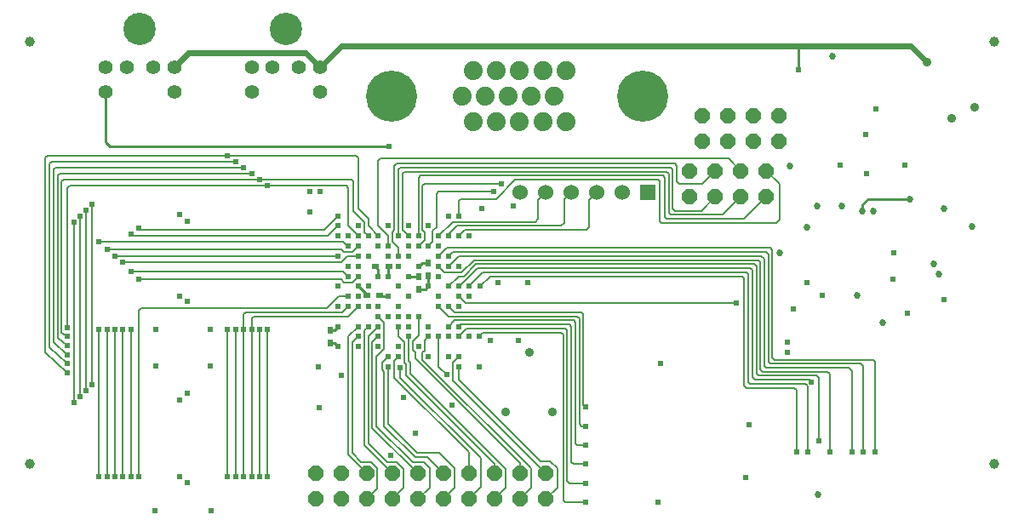
<source format=gbl>
G75*
G70*
%OFA0B0*%
%FSLAX24Y24*%
%IPPOS*%
%LPD*%
%AMOC8*
5,1,8,0,0,1.08239X$1,22.5*
%
%ADD10R,0.0236X0.0276*%
%ADD11C,0.0554*%
%ADD12C,0.1266*%
%ADD13OC8,0.0600*%
%ADD14C,0.0740*%
%ADD15C,0.2000*%
%ADD16R,0.0600X0.0600*%
%ADD17C,0.0600*%
%ADD18R,0.0276X0.0236*%
%ADD19C,0.0394*%
%ADD20C,0.0270*%
%ADD21C,0.0238*%
%ADD22C,0.0356*%
%ADD23C,0.0100*%
%ADD24C,0.0070*%
%ADD25C,0.0060*%
%ADD26C,0.0240*%
D10*
X012709Y009093D03*
X012709Y009608D03*
X016174Y011189D03*
X016174Y011705D03*
X016567Y011731D03*
X016567Y012246D03*
D11*
X012315Y018918D03*
X012315Y019902D03*
X011489Y019902D03*
X010465Y019902D03*
X009638Y019902D03*
X009638Y018918D03*
X006607Y018918D03*
X006607Y019902D03*
X005780Y019902D03*
X004756Y019902D03*
X003930Y019902D03*
X003930Y018918D03*
D12*
X005268Y021398D03*
X010977Y021398D03*
D13*
X026800Y015835D03*
X027800Y015835D03*
X028800Y015835D03*
X029800Y015835D03*
X029800Y014835D03*
X028800Y014835D03*
X027800Y014835D03*
X026800Y014835D03*
X027300Y017000D03*
X028300Y017000D03*
X029300Y017000D03*
X030300Y017000D03*
X030300Y018000D03*
X029300Y018000D03*
X028300Y018000D03*
X027300Y018000D03*
X021150Y003988D03*
X020150Y003988D03*
X019150Y003988D03*
X018150Y003988D03*
X017150Y003988D03*
X016150Y003988D03*
X015150Y003988D03*
X014150Y003988D03*
X013150Y003988D03*
X012150Y003988D03*
X012150Y002988D03*
X013150Y002988D03*
X014150Y002988D03*
X015150Y002988D03*
X016150Y002988D03*
X017150Y002988D03*
X018150Y002988D03*
X019150Y002988D03*
X020150Y002988D03*
X021150Y002988D03*
D14*
X021036Y017768D03*
X020134Y017768D03*
X019233Y017768D03*
X018331Y017768D03*
X017882Y018768D03*
X018784Y018768D03*
X019685Y018768D03*
X020587Y018768D03*
X021489Y018768D03*
X021937Y019768D03*
X021036Y019768D03*
X020134Y019768D03*
X019233Y019768D03*
X018331Y019768D03*
X021937Y017768D03*
D15*
X024953Y018768D03*
X015111Y018768D03*
D16*
X025150Y014988D03*
D17*
X024150Y014988D03*
X023150Y014988D03*
X022150Y014988D03*
X021150Y014988D03*
X020150Y014988D03*
D18*
X015014Y012107D03*
X014499Y012107D03*
X014660Y010965D03*
X014144Y010965D03*
D19*
X000937Y004351D03*
X000937Y020886D03*
X038733Y020886D03*
X038733Y004351D03*
D20*
X031833Y003170D03*
X034343Y009882D03*
X033359Y010975D03*
X030307Y012638D03*
X031390Y013622D03*
X031784Y014459D03*
X032768Y014459D03*
X033556Y014262D03*
X033998Y014262D03*
X035426Y014744D03*
X036764Y014351D03*
X037857Y013671D03*
X036361Y012195D03*
X036567Y011801D03*
X030721Y016044D03*
X032394Y020325D03*
D21*
X003654Y003878D03*
X003969Y003878D03*
X004284Y003878D03*
X004599Y003878D03*
X004914Y003878D03*
X005229Y003878D03*
X006804Y003878D03*
X007119Y003642D03*
X008693Y003878D03*
X009008Y003878D03*
X009323Y003878D03*
X009638Y003878D03*
X009953Y003878D03*
X010268Y003878D03*
X008063Y002540D03*
X005859Y002540D03*
X012276Y006555D03*
X013142Y007815D03*
X012237Y008170D03*
X013024Y008957D03*
X013811Y008957D03*
X013811Y009351D03*
X013811Y009744D03*
X014205Y009744D03*
X014599Y009744D03*
X014599Y009351D03*
X014599Y008957D03*
X014993Y008563D03*
X015386Y008563D03*
X015386Y008957D03*
X015780Y009351D03*
X015780Y009744D03*
X015386Y009744D03*
X015386Y010138D03*
X014993Y010138D03*
X014599Y010138D03*
X014599Y010532D03*
X014205Y010532D03*
X013811Y010532D03*
X013418Y010532D03*
X013024Y010532D03*
X013418Y010925D03*
X013811Y010925D03*
X013811Y011319D03*
X014205Y011319D03*
X013811Y011713D03*
X013418Y011713D03*
X013418Y012107D03*
X013811Y012107D03*
X013811Y012500D03*
X013811Y012894D03*
X013418Y012894D03*
X013024Y012500D03*
X013024Y013288D03*
X013024Y013681D03*
X013418Y013288D03*
X013811Y013288D03*
X013811Y013681D03*
X014205Y013288D03*
X014599Y013288D03*
X014993Y013681D03*
X015386Y013288D03*
X015780Y013288D03*
X015780Y013681D03*
X016174Y013288D03*
X016567Y013681D03*
X016961Y013288D03*
X017355Y013288D03*
X017748Y013288D03*
X018142Y013288D03*
X017748Y014075D03*
X017355Y014075D03*
X018664Y014360D03*
X019126Y015020D03*
X019402Y015335D03*
X019874Y014469D03*
X017355Y012500D03*
X016961Y012500D03*
X016961Y012894D03*
X016567Y012894D03*
X016174Y012894D03*
X015780Y012894D03*
X015780Y012500D03*
X015386Y012500D03*
X014993Y012500D03*
X014993Y012894D03*
X014599Y012894D03*
X014205Y012500D03*
X014599Y011713D03*
X014993Y011713D03*
X015386Y012107D03*
X015780Y011713D03*
X016174Y012107D03*
X016961Y012107D03*
X017355Y012107D03*
X017748Y012107D03*
X016961Y011713D03*
X016567Y011319D03*
X016961Y010925D03*
X017355Y011319D03*
X017748Y011319D03*
X017748Y010925D03*
X018142Y010925D03*
X018142Y011319D03*
X018575Y011319D03*
X019284Y011477D03*
X020465Y011477D03*
X017748Y010532D03*
X017355Y010532D03*
X016961Y010532D03*
X016174Y010138D03*
X015780Y010138D03*
X015386Y010532D03*
X014993Y010925D03*
X015386Y011319D03*
X015780Y010925D03*
X016567Y009744D03*
X016567Y009351D03*
X016961Y009351D03*
X017355Y009351D03*
X017355Y009744D03*
X017748Y009744D03*
X017748Y009351D03*
X018142Y009351D03*
X018536Y009351D03*
X018969Y009193D03*
X020071Y009193D03*
X018536Y008170D03*
X017748Y008170D03*
X017276Y007855D03*
X017355Y008563D03*
X017748Y008563D03*
X016567Y008563D03*
X016174Y008957D03*
X015465Y008130D03*
X014993Y008170D03*
X015583Y006949D03*
X017473Y006673D03*
X016056Y005571D03*
X015071Y004705D03*
X008024Y008209D03*
X007119Y007146D03*
X006804Y006870D03*
X005898Y008209D03*
X005898Y009626D03*
X004914Y009626D03*
X004599Y009626D03*
X004284Y009626D03*
X003969Y009626D03*
X003654Y009626D03*
X002433Y009705D03*
X002433Y009351D03*
X002433Y008996D03*
X002433Y008642D03*
X002433Y008288D03*
X002433Y007933D03*
X003378Y007461D03*
X003142Y007225D03*
X002906Y006988D03*
X002670Y006752D03*
X008024Y009626D03*
X008693Y009626D03*
X009008Y009626D03*
X009323Y009626D03*
X009638Y009626D03*
X009953Y009626D03*
X010268Y009626D03*
X013024Y009744D03*
X013024Y011319D03*
X013024Y014075D03*
X011922Y014233D03*
X011922Y015020D03*
X012315Y015020D03*
X010268Y015256D03*
X009953Y015492D03*
X009638Y015729D03*
X009323Y015965D03*
X009008Y016201D03*
X008693Y016437D03*
X006804Y014114D03*
X007119Y013878D03*
X005229Y013603D03*
X004914Y013366D03*
X004284Y012500D03*
X004599Y012264D03*
X004914Y011910D03*
X005229Y011595D03*
X006804Y010925D03*
X007119Y010729D03*
X003969Y012776D03*
X003654Y013051D03*
X002670Y013839D03*
X002906Y014075D03*
X003142Y014311D03*
X003378Y014547D03*
X015032Y016792D03*
X025662Y008288D03*
X022709Y006595D03*
X022709Y005847D03*
X022709Y005099D03*
X022709Y004351D03*
X022709Y003603D03*
X022709Y002855D03*
X025544Y002855D03*
X028969Y003839D03*
X030977Y004823D03*
X031410Y004823D03*
X031843Y005256D03*
X032276Y004823D03*
X033142Y004823D03*
X033575Y004823D03*
X034048Y004823D03*
X031567Y007579D03*
X030622Y008721D03*
X030622Y009114D03*
X030859Y010414D03*
X031981Y010975D03*
X031390Y011457D03*
X028615Y010650D03*
X034737Y011605D03*
X034786Y012638D03*
X036764Y010807D03*
X035307Y010256D03*
X029126Y005886D03*
X033703Y015729D03*
X032689Y016063D03*
X033693Y017264D03*
X034087Y018248D03*
X031056Y019784D03*
X035219Y016063D03*
D22*
X037040Y017894D03*
X037945Y018317D03*
X036095Y020099D03*
X020504Y008721D03*
X019599Y006398D03*
X021410Y006398D03*
D23*
X014993Y010925D02*
X014699Y010925D01*
X014660Y010965D01*
X014144Y010965D02*
X014144Y010986D01*
X013811Y011319D01*
X014599Y011713D02*
X014599Y012006D01*
X014499Y012107D01*
X014993Y012085D02*
X014993Y011713D01*
X014993Y012085D02*
X015014Y012107D01*
X015780Y011713D02*
X016166Y011713D01*
X016174Y011705D01*
X016567Y011731D02*
X016567Y011319D01*
X016449Y011201D01*
X016185Y011201D01*
X016174Y011189D01*
X016174Y012107D02*
X016313Y012246D01*
X016567Y012246D01*
X013024Y009744D02*
X012888Y009608D01*
X012709Y009608D01*
X012709Y009093D02*
X012888Y009093D01*
X013024Y008957D01*
X015032Y016792D02*
X004087Y016792D01*
X003930Y016949D01*
X003930Y018918D01*
X031056Y019784D02*
X031056Y020729D01*
X033772Y014744D02*
X035426Y014744D01*
X033772Y014744D02*
X033556Y014538D01*
X033556Y014262D01*
D24*
X028615Y010650D02*
X018024Y010650D01*
X017748Y010925D01*
X017748Y013288D02*
X017985Y013524D01*
X022748Y013524D01*
X022867Y013642D01*
X022867Y014705D01*
X023150Y014988D01*
X022150Y014988D02*
X021882Y014721D01*
X021882Y013799D01*
X021764Y013681D01*
X017670Y013681D01*
X017355Y013366D01*
X017355Y013288D01*
X016961Y013288D02*
X017512Y013839D01*
X020741Y013839D01*
X020859Y013957D01*
X020859Y014697D01*
X021150Y014988D01*
X016489Y016122D02*
X026213Y016122D01*
X026292Y016044D01*
X026292Y015414D01*
X026370Y015335D01*
X027300Y015335D01*
X027800Y015835D01*
X014599Y013288D02*
X014205Y013681D01*
X014205Y013957D01*
X013811Y014351D01*
X013811Y016359D01*
X013733Y016437D01*
X008693Y016437D01*
X001646Y016437D01*
X001567Y016359D01*
X001567Y008721D01*
X002433Y007933D01*
X002433Y008288D02*
X001725Y008918D01*
X001725Y016122D01*
X001804Y016201D01*
X009008Y016201D01*
X009323Y015965D02*
X001961Y015965D01*
X001882Y015886D01*
X001882Y009114D01*
X002433Y008642D01*
X002433Y008996D02*
X002040Y009311D01*
X002040Y015650D01*
X002119Y015729D01*
X009638Y015729D01*
X009953Y015492D02*
X013536Y015492D01*
X013615Y015414D01*
X013615Y014272D01*
X014048Y013839D01*
X014048Y013445D01*
X014205Y013288D01*
X013811Y013288D02*
X013418Y013681D01*
X013418Y015177D01*
X013339Y015256D01*
X010268Y015256D01*
X002512Y015256D01*
X002433Y015177D01*
X002433Y009705D01*
X002197Y009508D02*
X002433Y009351D01*
X002197Y009508D02*
X002197Y015414D01*
X002276Y015492D01*
X009953Y015492D01*
X012473Y013524D02*
X005307Y013524D01*
X005229Y013603D01*
X004993Y013288D02*
X004914Y013366D01*
X004993Y013288D02*
X012630Y013288D01*
X013024Y013681D01*
X013024Y014075D02*
X012473Y013524D01*
X013221Y013051D02*
X003654Y013051D01*
X003969Y012776D02*
X013142Y012776D01*
X013260Y012658D01*
X013575Y012658D01*
X013811Y012894D01*
X013418Y012894D02*
X013378Y012894D01*
X013221Y013051D01*
X013378Y012500D02*
X013142Y012264D01*
X004599Y012264D01*
X004284Y012500D02*
X013024Y012500D01*
X013378Y012500D02*
X013811Y012500D01*
X013221Y011910D02*
X004914Y011910D01*
X005229Y011595D02*
X013142Y011595D01*
X013260Y011477D01*
X013575Y011477D01*
X013811Y011713D01*
X013418Y011713D02*
X013221Y011910D01*
X013063Y010925D02*
X013418Y010925D01*
X013063Y010925D02*
X012591Y010453D01*
X005307Y010453D01*
X005229Y010374D01*
X005229Y003878D01*
X004914Y003878D02*
X004914Y009626D01*
X004599Y009626D02*
X004599Y003878D01*
X004284Y003878D02*
X004284Y009626D01*
X003969Y009626D02*
X003969Y003878D01*
X003654Y003878D02*
X003654Y009626D01*
X003378Y007461D02*
X003378Y014547D01*
X003142Y014311D02*
X003142Y007225D01*
X002906Y006988D02*
X002906Y014075D01*
X002670Y013839D02*
X002670Y006752D01*
X008693Y009626D02*
X008693Y003878D01*
X009008Y003878D02*
X009008Y009626D01*
X009323Y009626D02*
X009323Y010217D01*
X009402Y010296D01*
X013181Y010296D01*
X013418Y010532D01*
X013811Y010532D02*
X013418Y010138D01*
X009717Y010138D01*
X009638Y010059D01*
X009638Y009626D01*
X009638Y003878D01*
X009323Y003878D02*
X009323Y009626D01*
X009953Y009626D02*
X009953Y003878D01*
X010268Y003878D02*
X010268Y009626D01*
D25*
X013418Y009351D02*
X013418Y004721D01*
X014150Y003988D01*
X014559Y004193D02*
X014559Y003398D01*
X014150Y002988D01*
X015150Y002988D02*
X015583Y003421D01*
X015583Y004154D01*
X015307Y004429D01*
X014953Y004429D01*
X014205Y005177D01*
X014205Y009351D01*
X014599Y009744D01*
X014835Y009902D02*
X014835Y008878D01*
X014520Y008563D01*
X014520Y005847D01*
X015937Y004429D01*
X016370Y004429D01*
X016607Y004193D01*
X016607Y003445D01*
X016150Y002988D01*
X017150Y002988D02*
X017591Y003429D01*
X017591Y004193D01*
X017000Y004784D01*
X016134Y004784D01*
X014993Y005925D01*
X014993Y008170D01*
X014835Y007973D02*
X014756Y008051D01*
X014756Y008327D01*
X014993Y008563D01*
X015229Y008406D02*
X015229Y007736D01*
X018150Y004815D01*
X018150Y003988D01*
X018615Y003453D02*
X018150Y002988D01*
X018615Y003453D02*
X018615Y004587D01*
X015465Y007736D01*
X015465Y008130D01*
X015622Y008327D02*
X015701Y008248D01*
X015701Y007815D01*
X019150Y004366D01*
X019150Y003988D01*
X019599Y004154D02*
X015859Y007894D01*
X015859Y008327D01*
X015780Y008406D01*
X015780Y009351D01*
X015937Y009154D02*
X015937Y008839D01*
X016056Y008721D01*
X016056Y008484D01*
X020150Y004390D01*
X020150Y003988D01*
X020583Y004193D02*
X016331Y008445D01*
X016331Y008721D01*
X016410Y008799D01*
X016410Y009193D01*
X016567Y009351D01*
X016961Y009351D02*
X016961Y008170D01*
X017276Y007855D01*
X017512Y007626D02*
X017512Y008327D01*
X017748Y008563D01*
X017748Y008170D02*
X017748Y007658D01*
X020937Y004469D01*
X021331Y004469D01*
X021607Y004193D01*
X021607Y003445D01*
X021150Y002988D01*
X021843Y002933D02*
X021922Y002855D01*
X022709Y002855D01*
X022709Y003603D02*
X022079Y003603D01*
X022000Y003681D01*
X022000Y009587D01*
X021922Y009666D01*
X018063Y009666D01*
X017748Y009351D01*
X017748Y009744D02*
X017827Y009823D01*
X022079Y009823D01*
X022158Y009744D01*
X022158Y004429D01*
X022237Y004351D01*
X022709Y004351D01*
X022709Y005099D02*
X022394Y005099D01*
X022315Y005177D01*
X022315Y009902D01*
X022237Y009981D01*
X017591Y009981D01*
X017355Y009744D01*
X017355Y010138D02*
X022394Y010138D01*
X022473Y010059D01*
X022473Y005925D01*
X022552Y005847D01*
X022709Y005847D01*
X022709Y006595D02*
X022630Y006673D01*
X022630Y010217D01*
X022552Y010296D01*
X017591Y010296D01*
X017355Y010532D01*
X016961Y010532D02*
X017355Y010138D01*
X016174Y010138D02*
X016174Y009390D01*
X015937Y009154D01*
X015622Y009114D02*
X015622Y008327D01*
X015386Y008563D02*
X015229Y008406D01*
X014835Y007973D02*
X014835Y005847D01*
X016056Y004626D01*
X016512Y004626D01*
X017150Y003988D01*
X016150Y003988D02*
X014363Y005776D01*
X014363Y009114D01*
X014599Y009351D01*
X014205Y009744D02*
X014048Y009587D01*
X014048Y005091D01*
X015150Y003988D01*
X014559Y004193D02*
X014323Y004429D01*
X013930Y004429D01*
X013575Y004784D01*
X013575Y009114D01*
X013811Y009351D01*
X013811Y009744D02*
X013418Y009351D01*
X014599Y010138D02*
X014835Y009902D01*
X015386Y009744D02*
X015386Y009351D01*
X015622Y009114D01*
X017512Y007626D02*
X021150Y003988D01*
X020583Y004193D02*
X020583Y003421D01*
X020150Y002988D01*
X019599Y003437D02*
X019150Y002988D01*
X019599Y003437D02*
X019599Y004154D01*
X021843Y002933D02*
X021843Y009429D01*
X021764Y009508D01*
X018693Y009508D01*
X018536Y009351D01*
X018575Y011319D02*
X018969Y011713D01*
X028851Y011713D01*
X028930Y011634D01*
X028930Y007421D01*
X029008Y007343D01*
X030898Y007343D01*
X030977Y007264D01*
X030977Y004823D01*
X031410Y004823D02*
X031410Y007421D01*
X031331Y007500D01*
X029166Y007500D01*
X029087Y007579D01*
X029087Y011792D01*
X029008Y011870D01*
X018693Y011870D01*
X018142Y011319D01*
X017788Y011319D02*
X018496Y012028D01*
X029166Y012028D01*
X029244Y011949D01*
X029244Y007776D01*
X029363Y007658D01*
X031489Y007658D01*
X031567Y007579D01*
X031764Y007815D02*
X031843Y007736D01*
X031843Y005256D01*
X032276Y004823D02*
X032276Y007894D01*
X032197Y007973D01*
X029638Y007973D01*
X029559Y008051D01*
X029559Y012264D01*
X029481Y012343D01*
X018339Y012343D01*
X017867Y011870D01*
X017197Y011870D01*
X016961Y012107D01*
X017355Y012107D02*
X017748Y012500D01*
X029599Y012500D01*
X029717Y012382D01*
X029717Y008209D01*
X029796Y008130D01*
X033024Y008130D01*
X033142Y008012D01*
X033142Y004823D01*
X033575Y004823D02*
X033575Y008209D01*
X033496Y008288D01*
X029953Y008288D01*
X029874Y008366D01*
X029874Y012579D01*
X029796Y012658D01*
X017512Y012658D01*
X017355Y012500D01*
X017276Y012815D02*
X029953Y012815D01*
X030032Y012736D01*
X030032Y008524D01*
X030111Y008445D01*
X033969Y008445D01*
X034048Y008366D01*
X034048Y004823D01*
X031764Y007815D02*
X029481Y007815D01*
X029402Y007894D01*
X029402Y012107D01*
X029323Y012185D01*
X018418Y012185D01*
X017945Y011713D01*
X017748Y011713D01*
X017355Y011319D01*
X017748Y011319D02*
X017788Y011319D01*
X016961Y012500D02*
X017276Y012815D01*
X016725Y013051D02*
X016725Y013484D01*
X016882Y013642D01*
X016882Y014941D01*
X016961Y015020D01*
X019126Y015020D01*
X019205Y014744D02*
X019953Y015492D01*
X025544Y015492D01*
X025622Y015414D01*
X025622Y013878D01*
X025701Y013799D01*
X030189Y013799D01*
X030307Y013918D01*
X030307Y015327D01*
X029800Y015835D01*
X028800Y015835D02*
X028315Y016319D01*
X014678Y016319D01*
X014599Y016240D01*
X014599Y013681D01*
X014993Y013288D01*
X014993Y012894D01*
X015150Y013051D02*
X015150Y013445D01*
X015229Y013524D01*
X015229Y016044D01*
X015307Y016122D01*
X016489Y016122D01*
X016252Y015650D02*
X025741Y015650D01*
X025819Y015571D01*
X025819Y014036D01*
X025898Y013957D01*
X028922Y013957D01*
X029800Y014835D01*
X028800Y014835D02*
X028079Y014114D01*
X026056Y014114D01*
X025977Y014193D01*
X025977Y015729D01*
X025898Y015807D01*
X015622Y015807D01*
X015544Y015729D01*
X015544Y013524D01*
X015780Y013288D01*
X016174Y013288D02*
X016174Y015571D01*
X016252Y015650D01*
X016410Y015335D02*
X016331Y015256D01*
X016331Y013524D01*
X016410Y013445D01*
X016410Y013130D01*
X016174Y012894D01*
X016567Y012894D02*
X016725Y013051D01*
X015386Y012815D02*
X015386Y012500D01*
X015386Y012815D02*
X015150Y013051D01*
X015386Y013288D02*
X015386Y015886D01*
X015465Y015965D01*
X026056Y015965D01*
X026134Y015886D01*
X026134Y014351D01*
X026213Y014272D01*
X027237Y014272D01*
X027800Y014835D01*
X019402Y015335D02*
X016410Y015335D01*
X017748Y014666D02*
X017827Y014744D01*
X019205Y014744D01*
X017748Y014666D02*
X017748Y014075D01*
D26*
X012315Y019902D02*
X011764Y020453D01*
X007158Y020453D01*
X006607Y019902D01*
X012315Y019902D02*
X013142Y020729D01*
X031056Y020729D01*
X035465Y020729D01*
X036095Y020099D01*
M02*

</source>
